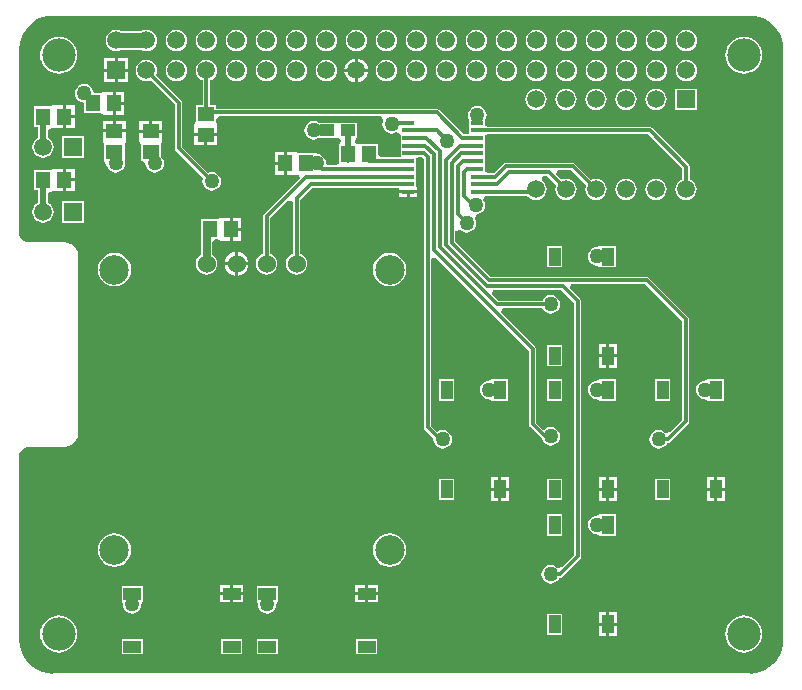
<source format=gtl>
G04 Layer_Physical_Order=1*
G04 Layer_Color=255*
%FSLAX25Y25*%
%MOIN*%
G70*
G01*
G75*
%ADD10R,0.05512X0.04724*%
%ADD11R,0.04724X0.05512*%
%ADD12R,0.03900X0.01200*%
%ADD13R,0.03937X0.05906*%
%ADD14R,0.05906X0.03937*%
%ADD15R,0.04724X0.03937*%
%ADD16C,0.02500*%
%ADD17C,0.02000*%
%ADD18C,0.01200*%
%ADD19C,0.05000*%
%ADD20C,0.11100*%
%ADD21C,0.05906*%
%ADD22R,0.05906X0.05906*%
%ADD23C,0.09843*%
%ADD24C,0.06000*%
%ADD25C,0.05906*%
%ADD26R,0.05906X0.05906*%
%ADD27C,0.05000*%
G36*
X232107Y13046D02*
X233822Y12635D01*
X235451Y11960D01*
X236954Y11039D01*
X238294Y9894D01*
X239439Y8554D01*
X240360Y7051D01*
X241035Y5422D01*
X241446Y3708D01*
X241576Y2061D01*
X241551Y2000D01*
Y-194800D01*
X241579Y-194869D01*
X241446Y-196565D01*
X241033Y-198287D01*
X240355Y-199923D01*
X239430Y-201433D01*
X238280Y-202780D01*
X236933Y-203930D01*
X235423Y-204855D01*
X233787Y-205533D01*
X232065Y-205946D01*
X230369Y-206079D01*
X230300Y-206051D01*
X-1900D01*
X-1969Y-206079D01*
X-3665Y-205946D01*
X-5387Y-205533D01*
X-7023Y-204855D01*
X-8533Y-203930D01*
X-9880Y-202780D01*
X-11030Y-201433D01*
X-11955Y-199923D01*
X-12632Y-198287D01*
X-13046Y-196565D01*
X-13179Y-194869D01*
X-13151Y-194800D01*
Y-133800D01*
X-13167Y-133760D01*
X-13065Y-132988D01*
X-12733Y-132186D01*
X-12204Y-131496D01*
X-11514Y-130967D01*
X-10712Y-130635D01*
X-9864Y-130523D01*
X-9800Y-130549D01*
X2000D01*
X2058Y-130525D01*
X3138Y-130383D01*
X4245Y-129925D01*
X5195Y-129195D01*
X5925Y-128245D01*
X6383Y-127138D01*
X6540Y-125950D01*
X6537Y-125930D01*
X6549Y-125900D01*
Y-66900D01*
X6537Y-66870D01*
X6540Y-66850D01*
X6383Y-65662D01*
X5925Y-64555D01*
X5195Y-63605D01*
X4245Y-62875D01*
X3138Y-62417D01*
X2058Y-62275D01*
X2000Y-62251D01*
X-9800D01*
X-9864Y-62277D01*
X-10712Y-62165D01*
X-11514Y-61833D01*
X-12204Y-61304D01*
X-12733Y-60614D01*
X-13065Y-59812D01*
X-13167Y-59040D01*
X-13151Y-59000D01*
Y2000D01*
X-13176Y2061D01*
X-13046Y3708D01*
X-12635Y5422D01*
X-11960Y7051D01*
X-11039Y8554D01*
X-9894Y9894D01*
X-8554Y11039D01*
X-7051Y11960D01*
X-5422Y12635D01*
X-3708Y13046D01*
X-1977Y13183D01*
X-1900Y13151D01*
X230300D01*
X230377Y13183D01*
X232107Y13046D01*
D02*
G37*
%LPC*%
G36*
X182588Y-100650D02*
X180120D01*
Y-104103D01*
X182588D01*
Y-100650D01*
D02*
G37*
G36*
X186057D02*
X183588D01*
Y-104103D01*
X186057D01*
Y-100650D01*
D02*
G37*
G36*
X167940Y-108027D02*
X162803D01*
Y-115132D01*
X167940D01*
Y-108027D01*
D02*
G37*
G36*
X203940D02*
X198803D01*
Y-115132D01*
X203940D01*
Y-108027D01*
D02*
G37*
G36*
X186057Y-96198D02*
X183588D01*
Y-99650D01*
X186057D01*
Y-96198D01*
D02*
G37*
G36*
X18574Y-65853D02*
X17133Y-66043D01*
X15790Y-66599D01*
X14636Y-67484D01*
X13751Y-68638D01*
X13195Y-69981D01*
X13005Y-71422D01*
X13195Y-72863D01*
X13751Y-74207D01*
X14636Y-75360D01*
X15790Y-76245D01*
X17133Y-76801D01*
X18574Y-76991D01*
X20015Y-76801D01*
X21359Y-76245D01*
X22512Y-75360D01*
X23397Y-74207D01*
X23953Y-72863D01*
X24143Y-71422D01*
X23953Y-69981D01*
X23397Y-68638D01*
X22512Y-67484D01*
X21359Y-66599D01*
X20015Y-66043D01*
X18574Y-65853D01*
D02*
G37*
G36*
X167940Y-96598D02*
X162803D01*
Y-103703D01*
X167940D01*
Y-96598D01*
D02*
G37*
G36*
X182588Y-96198D02*
X180120D01*
Y-99650D01*
X182588D01*
Y-96198D01*
D02*
G37*
G36*
X131940Y-108027D02*
X126803D01*
Y-115132D01*
X131940D01*
Y-108027D01*
D02*
G37*
G36*
X186057Y-140698D02*
X183588D01*
Y-144150D01*
X186057D01*
Y-140698D01*
D02*
G37*
G36*
X218588D02*
X216120D01*
Y-144150D01*
X218588D01*
Y-140698D01*
D02*
G37*
G36*
X150057D02*
X147588D01*
Y-144150D01*
X150057D01*
Y-140698D01*
D02*
G37*
G36*
X182588D02*
X180120D01*
Y-144150D01*
X182588D01*
Y-140698D01*
D02*
G37*
G36*
X180520Y-108027D02*
Y-108027D01*
X180520Y-108027D01*
X179181Y-108415D01*
X178691Y-108480D01*
X177937Y-108792D01*
X177289Y-109289D01*
X176792Y-109937D01*
X176480Y-110691D01*
X176373Y-111500D01*
X176480Y-112309D01*
X176792Y-113063D01*
X177289Y-113711D01*
X177937Y-114208D01*
X178691Y-114520D01*
X179228Y-114591D01*
X180520Y-115132D01*
X180520Y-115132D01*
X180520Y-115132D01*
X185657D01*
Y-108027D01*
X180520D01*
X180520Y-108027D01*
D02*
G37*
G36*
X216520D02*
Y-108027D01*
X216520Y-108027D01*
X215181Y-108415D01*
X214691Y-108480D01*
X213937Y-108792D01*
X213289Y-109289D01*
X212792Y-109937D01*
X212480Y-110691D01*
X212373Y-111500D01*
X212480Y-112309D01*
X212792Y-113063D01*
X213289Y-113711D01*
X213937Y-114208D01*
X214691Y-114520D01*
X215229Y-114591D01*
X216520Y-115132D01*
X216520Y-115132D01*
X216520Y-115132D01*
X221657D01*
Y-108027D01*
X216520D01*
X216520Y-108027D01*
D02*
G37*
G36*
X222057Y-140698D02*
X219588D01*
Y-144150D01*
X222057D01*
Y-140698D01*
D02*
G37*
G36*
X144520Y-108027D02*
Y-108027D01*
X144520Y-108027D01*
X143181Y-108415D01*
X142691Y-108480D01*
X141937Y-108792D01*
X141289Y-109289D01*
X140792Y-109937D01*
X140480Y-110691D01*
X140373Y-111500D01*
X140480Y-112309D01*
X140792Y-113063D01*
X141289Y-113711D01*
X141937Y-114208D01*
X142691Y-114520D01*
X143228Y-114591D01*
X144520Y-115132D01*
X144520Y-115132D01*
X144520Y-115132D01*
X149657D01*
Y-108027D01*
X144520D01*
X144520Y-108027D01*
D02*
G37*
G36*
X110306Y-65853D02*
X108865Y-66043D01*
X107522Y-66599D01*
X106369Y-67484D01*
X105483Y-68638D01*
X104927Y-69981D01*
X104737Y-71422D01*
X104927Y-72863D01*
X105483Y-74207D01*
X106369Y-75360D01*
X107522Y-76245D01*
X108865Y-76801D01*
X110306Y-76991D01*
X111748Y-76801D01*
X113091Y-76245D01*
X114244Y-75360D01*
X115129Y-74207D01*
X115685Y-72863D01*
X115875Y-71422D01*
X115685Y-69981D01*
X115129Y-68638D01*
X114244Y-67484D01*
X113091Y-66599D01*
X111748Y-66043D01*
X110306Y-65853D01*
D02*
G37*
G36*
X199100Y-41117D02*
X198173Y-41239D01*
X197308Y-41597D01*
X196566Y-42166D01*
X195997Y-42908D01*
X195639Y-43773D01*
X195517Y-44700D01*
X195639Y-45627D01*
X195997Y-46492D01*
X196566Y-47234D01*
X197308Y-47803D01*
X198173Y-48161D01*
X199100Y-48283D01*
X200027Y-48161D01*
X200892Y-47803D01*
X201634Y-47234D01*
X202203Y-46492D01*
X202561Y-45627D01*
X202683Y-44700D01*
X202561Y-43773D01*
X202203Y-42908D01*
X201634Y-42166D01*
X200892Y-41597D01*
X200027Y-41239D01*
X199100Y-41117D01*
D02*
G37*
G36*
X116013Y-46016D02*
X113563D01*
Y-47116D01*
X116013D01*
Y-46016D01*
D02*
G37*
G36*
X8353Y-48647D02*
X1247D01*
Y-55753D01*
X8353D01*
Y-48647D01*
D02*
G37*
G36*
X189100Y-41117D02*
X188173Y-41239D01*
X187308Y-41597D01*
X186566Y-42166D01*
X185997Y-42908D01*
X185639Y-43773D01*
X185517Y-44700D01*
X185639Y-45627D01*
X185997Y-46492D01*
X186566Y-47234D01*
X187308Y-47803D01*
X188173Y-48161D01*
X189100Y-48283D01*
X190027Y-48161D01*
X190892Y-47803D01*
X191634Y-47234D01*
X192203Y-46492D01*
X192561Y-45627D01*
X192683Y-44700D01*
X192561Y-43773D01*
X192203Y-42908D01*
X191634Y-42166D01*
X190892Y-41597D01*
X190027Y-41239D01*
X189100Y-41117D01*
D02*
G37*
G36*
X5305Y-42000D02*
X2443D01*
Y-45256D01*
X5305D01*
Y-42000D01*
D02*
G37*
G36*
X29200Y-1417D02*
X28273Y-1539D01*
X27408Y-1897D01*
X26666Y-2466D01*
X26097Y-3208D01*
X25739Y-4073D01*
X25617Y-5000D01*
X25739Y-5928D01*
X26097Y-6792D01*
X26666Y-7534D01*
X27408Y-8103D01*
X28273Y-8461D01*
X29200Y-8583D01*
X30127Y-8461D01*
X30696Y-8226D01*
X38776Y-16307D01*
Y-31000D01*
X38870Y-31468D01*
X39135Y-31865D01*
X48121Y-40851D01*
X47980Y-41191D01*
X47873Y-42000D01*
X47980Y-42809D01*
X48292Y-43563D01*
X48789Y-44211D01*
X49437Y-44708D01*
X50191Y-45020D01*
X51000Y-45127D01*
X51809Y-45020D01*
X52563Y-44708D01*
X53211Y-44211D01*
X53708Y-43563D01*
X54020Y-42809D01*
X54127Y-42000D01*
X54020Y-41191D01*
X53708Y-40437D01*
X53211Y-39789D01*
X52563Y-39292D01*
X51809Y-38980D01*
X51000Y-38873D01*
X50191Y-38980D01*
X49851Y-39121D01*
X41223Y-30493D01*
Y-15800D01*
X41130Y-15332D01*
X40865Y-14935D01*
X32426Y-6496D01*
X32661Y-5928D01*
X32783Y-5000D01*
X32661Y-4073D01*
X32303Y-3208D01*
X31734Y-2466D01*
X30992Y-1897D01*
X30127Y-1539D01*
X29200Y-1417D01*
D02*
G37*
G36*
X119463Y-46016D02*
X117013D01*
Y-47116D01*
X119463D01*
Y-46016D01*
D02*
G37*
G36*
X-1419Y-37744D02*
X-2753Y-38144D01*
X-8106D01*
Y-44856D01*
X-6775D01*
Y-49007D01*
X-6992Y-49097D01*
X-7734Y-49666D01*
X-8303Y-50408D01*
X-8661Y-51273D01*
X-8783Y-52200D01*
X-8661Y-53127D01*
X-8303Y-53992D01*
X-7734Y-54734D01*
X-6992Y-55303D01*
X-6128Y-55661D01*
X-5200Y-55783D01*
X-4273Y-55661D01*
X-3408Y-55303D01*
X-2666Y-54734D01*
X-2097Y-53992D01*
X-1739Y-53127D01*
X-1617Y-52200D01*
X-1739Y-51273D01*
X-2097Y-50408D01*
X-2666Y-49666D01*
X-3408Y-49097D01*
X-3512Y-49054D01*
Y-46025D01*
X-2012Y-45078D01*
X-1419Y-45256D01*
X-847Y-45256D01*
X1443D01*
Y-41500D01*
Y-37744D01*
X-847D01*
X-1373Y-37744D01*
X-1419D01*
D02*
G37*
G36*
X58043Y-54244D02*
Y-57500D01*
X60905D01*
Y-54244D01*
X58043D01*
D02*
G37*
G36*
X180520Y-63527D02*
Y-63527D01*
X180520Y-63527D01*
X179181Y-63915D01*
X178691Y-63980D01*
X177937Y-64292D01*
X177289Y-64789D01*
X176792Y-65437D01*
X176480Y-66191D01*
X176373Y-67000D01*
X176480Y-67809D01*
X176792Y-68563D01*
X177289Y-69211D01*
X177937Y-69708D01*
X178691Y-70020D01*
X179228Y-70091D01*
X180520Y-70632D01*
X180520Y-70632D01*
X180520Y-70632D01*
X185657D01*
Y-63527D01*
X180520D01*
X180520Y-63527D01*
D02*
G37*
G36*
X167940Y-63527D02*
X162803D01*
Y-70632D01*
X167940D01*
Y-63527D01*
D02*
G37*
G36*
X58783Y-69954D02*
X55314D01*
X55386Y-70498D01*
X55789Y-71471D01*
X56430Y-72306D01*
X57265Y-72948D01*
X58239Y-73351D01*
X58783Y-73422D01*
Y-69954D01*
D02*
G37*
G36*
X63251D02*
X59783D01*
Y-73422D01*
X60327Y-73351D01*
X61300Y-72948D01*
X62135Y-72306D01*
X62777Y-71471D01*
X63180Y-70498D01*
X63251Y-69954D01*
D02*
G37*
G36*
X54181Y-54244D02*
X52847Y-54644D01*
X47495D01*
Y-58681D01*
X47396Y-59174D01*
Y-66363D01*
X46715Y-66886D01*
X46138Y-67638D01*
X45775Y-68514D01*
X45652Y-69454D01*
X45775Y-70393D01*
X46138Y-71269D01*
X46715Y-72021D01*
X47467Y-72598D01*
X48343Y-72961D01*
X49283Y-73085D01*
X50222Y-72961D01*
X51098Y-72598D01*
X51850Y-72021D01*
X52427Y-71269D01*
X52790Y-70393D01*
X52914Y-69454D01*
X52790Y-68514D01*
X52427Y-67638D01*
X51850Y-66886D01*
X51169Y-66363D01*
Y-62417D01*
X52230Y-61356D01*
X52847D01*
X54181Y-61756D01*
X54753Y-61756D01*
X57043D01*
Y-58000D01*
Y-54244D01*
X54753D01*
X54227Y-54244D01*
X54181D01*
D02*
G37*
G36*
X60905Y-58500D02*
X58043D01*
Y-61756D01*
X60905D01*
Y-58500D01*
D02*
G37*
G36*
X58783Y-65485D02*
X58239Y-65557D01*
X57265Y-65960D01*
X56430Y-66601D01*
X55789Y-67436D01*
X55386Y-68409D01*
X55314Y-68954D01*
X58783D01*
Y-65485D01*
D02*
G37*
G36*
X59783D02*
Y-68954D01*
X63251D01*
X63180Y-68409D01*
X62777Y-67436D01*
X62135Y-66601D01*
X61300Y-65960D01*
X60327Y-65557D01*
X59783Y-65485D01*
D02*
G37*
G36*
X28132Y-176843D02*
X21027D01*
Y-181980D01*
X21027Y-181980D01*
X21027D01*
X21415Y-183319D01*
X21480Y-183809D01*
X21792Y-184563D01*
X22289Y-185211D01*
X22937Y-185708D01*
X23691Y-186020D01*
X24500Y-186127D01*
X25309Y-186020D01*
X26063Y-185708D01*
X26711Y-185211D01*
X27208Y-184563D01*
X27520Y-183809D01*
X27591Y-183272D01*
X28132Y-181980D01*
X28132Y-181980D01*
X28132Y-181980D01*
Y-176843D01*
D02*
G37*
G36*
X73132D02*
X66027D01*
Y-181980D01*
X66027Y-181980D01*
X66027D01*
X66415Y-183319D01*
X66480Y-183809D01*
X66792Y-184563D01*
X67289Y-185211D01*
X67937Y-185708D01*
X68691Y-186020D01*
X69500Y-186127D01*
X70309Y-186020D01*
X71063Y-185708D01*
X71711Y-185211D01*
X72208Y-184563D01*
X72520Y-183809D01*
X72591Y-183272D01*
X73132Y-181980D01*
X73132Y-181980D01*
X73132Y-181980D01*
Y-176843D01*
D02*
G37*
G36*
X182588Y-185698D02*
X180120D01*
Y-189150D01*
X182588D01*
Y-185698D01*
D02*
G37*
G36*
X186057D02*
X183588D01*
Y-189150D01*
X186057D01*
Y-185698D01*
D02*
G37*
G36*
X102150Y-179912D02*
X98698D01*
Y-182380D01*
X102150D01*
Y-179912D01*
D02*
G37*
G36*
X106603D02*
X103150D01*
Y-182380D01*
X106603D01*
Y-179912D01*
D02*
G37*
G36*
X57150D02*
X53698D01*
Y-182380D01*
X57150D01*
Y-179912D01*
D02*
G37*
G36*
X61603D02*
X58150D01*
Y-182380D01*
X61603D01*
Y-179912D01*
D02*
G37*
G36*
X167940Y-186098D02*
X162803D01*
Y-193203D01*
X167940D01*
Y-186098D01*
D02*
G37*
G36*
X73132Y-194560D02*
X66027D01*
Y-199697D01*
X73132D01*
Y-194560D01*
D02*
G37*
G36*
X106203D02*
X99098D01*
Y-199697D01*
X106203D01*
Y-194560D01*
D02*
G37*
G36*
X28132D02*
X21027D01*
Y-199697D01*
X28132D01*
Y-194560D01*
D02*
G37*
G36*
X61203D02*
X54098D01*
Y-199697D01*
X61203D01*
Y-194560D01*
D02*
G37*
G36*
X182588Y-190150D02*
X180120D01*
Y-193603D01*
X182588D01*
Y-190150D01*
D02*
G37*
G36*
X186057D02*
X183588D01*
Y-193603D01*
X186057D01*
Y-190150D01*
D02*
G37*
G36*
X0Y-186720D02*
X-1206Y-186839D01*
X-2365Y-187191D01*
X-3433Y-187762D01*
X-4370Y-188530D01*
X-5138Y-189467D01*
X-5709Y-190535D01*
X-6061Y-191694D01*
X-6180Y-192900D01*
X-6061Y-194106D01*
X-5709Y-195265D01*
X-5138Y-196333D01*
X-4370Y-197270D01*
X-3433Y-198038D01*
X-2365Y-198609D01*
X-1206Y-198961D01*
X0Y-199080D01*
X1206Y-198961D01*
X2365Y-198609D01*
X3433Y-198038D01*
X4370Y-197270D01*
X5138Y-196333D01*
X5709Y-195265D01*
X6061Y-194106D01*
X6180Y-192900D01*
X6061Y-191694D01*
X5709Y-190535D01*
X5138Y-189467D01*
X4370Y-188530D01*
X3433Y-187762D01*
X2365Y-187191D01*
X1206Y-186839D01*
X0Y-186720D01*
D02*
G37*
G36*
X228400D02*
X227194Y-186839D01*
X226035Y-187191D01*
X224967Y-187762D01*
X224030Y-188530D01*
X223262Y-189467D01*
X222691Y-190535D01*
X222339Y-191694D01*
X222220Y-192900D01*
X222339Y-194106D01*
X222691Y-195265D01*
X223262Y-196333D01*
X224030Y-197270D01*
X224967Y-198038D01*
X226035Y-198609D01*
X227194Y-198961D01*
X228400Y-199080D01*
X229606Y-198961D01*
X230765Y-198609D01*
X231833Y-198038D01*
X232770Y-197270D01*
X233538Y-196333D01*
X234109Y-195265D01*
X234461Y-194106D01*
X234580Y-192900D01*
X234461Y-191694D01*
X234109Y-190535D01*
X233538Y-189467D01*
X232770Y-188530D01*
X231833Y-187762D01*
X230765Y-187191D01*
X229606Y-186839D01*
X228400Y-186720D01*
D02*
G37*
G36*
X57150Y-176443D02*
X53698D01*
Y-178912D01*
X57150D01*
Y-176443D01*
D02*
G37*
G36*
X218588Y-145150D02*
X216120D01*
Y-148603D01*
X218588D01*
Y-145150D01*
D02*
G37*
G36*
X222057D02*
X219588D01*
Y-148603D01*
X222057D01*
Y-145150D01*
D02*
G37*
G36*
X182588D02*
X180120D01*
Y-148603D01*
X182588D01*
Y-145150D01*
D02*
G37*
G36*
X186057D02*
X183588D01*
Y-148603D01*
X186057D01*
Y-145150D01*
D02*
G37*
G36*
X203940Y-141098D02*
X198803D01*
Y-148203D01*
X203940D01*
Y-141098D01*
D02*
G37*
G36*
X146588Y-140698D02*
X144120D01*
Y-144150D01*
X146588D01*
Y-140698D01*
D02*
G37*
G36*
X131940Y-141098D02*
X126803D01*
Y-148203D01*
X131940D01*
Y-141098D01*
D02*
G37*
G36*
X167940D02*
X162803D01*
Y-148203D01*
X167940D01*
Y-141098D01*
D02*
G37*
G36*
X150057Y-145150D02*
X147588D01*
Y-148603D01*
X150057D01*
Y-145150D01*
D02*
G37*
G36*
X106603Y-176443D02*
X103150D01*
Y-178912D01*
X106603D01*
Y-176443D01*
D02*
G37*
G36*
X18574Y-159357D02*
X17133Y-159547D01*
X15790Y-160103D01*
X14636Y-160988D01*
X13751Y-162142D01*
X13195Y-163485D01*
X13005Y-164926D01*
X13195Y-166367D01*
X13751Y-167710D01*
X14636Y-168864D01*
X15790Y-169749D01*
X17133Y-170305D01*
X18574Y-170495D01*
X20015Y-170305D01*
X21359Y-169749D01*
X22512Y-168864D01*
X23397Y-167710D01*
X23953Y-166367D01*
X24143Y-164926D01*
X23953Y-163485D01*
X23397Y-162142D01*
X22512Y-160988D01*
X21359Y-160103D01*
X20015Y-159547D01*
X18574Y-159357D01*
D02*
G37*
G36*
X61603Y-176443D02*
X58150D01*
Y-178912D01*
X61603D01*
Y-176443D01*
D02*
G37*
G36*
X102150D02*
X98698D01*
Y-178912D01*
X102150D01*
Y-176443D01*
D02*
G37*
G36*
X167940Y-153027D02*
X162803D01*
Y-160132D01*
X167940D01*
Y-153027D01*
D02*
G37*
G36*
X146588Y-145150D02*
X144120D01*
Y-148603D01*
X146588D01*
Y-145150D01*
D02*
G37*
G36*
X110306Y-159357D02*
X108865Y-159547D01*
X107522Y-160103D01*
X106369Y-160988D01*
X105483Y-162142D01*
X104927Y-163485D01*
X104737Y-164926D01*
X104927Y-166367D01*
X105483Y-167710D01*
X106369Y-168864D01*
X107522Y-169749D01*
X108865Y-170305D01*
X110306Y-170495D01*
X111748Y-170305D01*
X113091Y-169749D01*
X114244Y-168864D01*
X115129Y-167710D01*
X115685Y-166367D01*
X115875Y-164926D01*
X115685Y-163485D01*
X115129Y-162142D01*
X114244Y-160988D01*
X113091Y-160103D01*
X111748Y-159547D01*
X110306Y-159357D01*
D02*
G37*
G36*
X180520Y-153027D02*
Y-153027D01*
X180520Y-153027D01*
X179181Y-153415D01*
X178691Y-153480D01*
X177937Y-153792D01*
X177289Y-154289D01*
X176792Y-154937D01*
X176480Y-155691D01*
X176373Y-156500D01*
X176480Y-157309D01*
X176792Y-158063D01*
X177289Y-158711D01*
X177937Y-159208D01*
X178691Y-159520D01*
X179228Y-159591D01*
X180520Y-160132D01*
X180520Y-160132D01*
X180520Y-160132D01*
X185657D01*
Y-153027D01*
X180520D01*
X180520Y-153027D01*
D02*
G37*
G36*
X228400Y6180D02*
X227194Y6061D01*
X226035Y5709D01*
X224967Y5138D01*
X224030Y4370D01*
X223262Y3433D01*
X222691Y2365D01*
X222339Y1206D01*
X222220Y0D01*
X222339Y-1206D01*
X222691Y-2365D01*
X223262Y-3433D01*
X224030Y-4370D01*
X224967Y-5138D01*
X226035Y-5709D01*
X227194Y-6061D01*
X228400Y-6180D01*
X229606Y-6061D01*
X230765Y-5709D01*
X231833Y-5138D01*
X232770Y-4370D01*
X233538Y-3433D01*
X234109Y-2365D01*
X234461Y-1206D01*
X234580Y0D01*
X234461Y1206D01*
X234109Y2365D01*
X233538Y3433D01*
X232770Y4370D01*
X231833Y5138D01*
X230765Y5709D01*
X229606Y6061D01*
X228400Y6180D01*
D02*
G37*
G36*
X18700Y-1047D02*
X15247D01*
Y-4500D01*
X18700D01*
Y-1047D01*
D02*
G37*
G36*
X209200Y-1417D02*
X208273Y-1539D01*
X207408Y-1897D01*
X206666Y-2466D01*
X206097Y-3208D01*
X205739Y-4073D01*
X205617Y-5000D01*
X205739Y-5928D01*
X206097Y-6792D01*
X206666Y-7534D01*
X207408Y-8103D01*
X208273Y-8461D01*
X209200Y-8583D01*
X210127Y-8461D01*
X210992Y-8103D01*
X211734Y-7534D01*
X212303Y-6792D01*
X212661Y-5928D01*
X212783Y-5000D01*
X212661Y-4073D01*
X212303Y-3208D01*
X211734Y-2466D01*
X210992Y-1897D01*
X210127Y-1539D01*
X209200Y-1417D01*
D02*
G37*
G36*
X0Y6180D02*
X-1206Y6061D01*
X-2365Y5709D01*
X-3433Y5138D01*
X-4370Y4370D01*
X-5138Y3433D01*
X-5709Y2365D01*
X-6061Y1206D01*
X-6180Y0D01*
X-6061Y-1206D01*
X-5709Y-2365D01*
X-5138Y-3433D01*
X-4370Y-4370D01*
X-3433Y-5138D01*
X-2365Y-5709D01*
X-1206Y-6061D01*
X0Y-6180D01*
X1206Y-6061D01*
X2365Y-5709D01*
X3433Y-5138D01*
X4370Y-4370D01*
X5138Y-3433D01*
X5709Y-2365D01*
X6061Y-1206D01*
X6180Y0D01*
X6061Y1206D01*
X5709Y2365D01*
X5138Y3433D01*
X4370Y4370D01*
X3433Y5138D01*
X2365Y5709D01*
X1206Y6061D01*
X0Y6180D01*
D02*
G37*
G36*
X99700Y-1079D02*
Y-4500D01*
X103121D01*
X103051Y-3968D01*
X102653Y-3007D01*
X102019Y-2181D01*
X101193Y-1547D01*
X100232Y-1149D01*
X99700Y-1079D01*
D02*
G37*
G36*
X39200Y8583D02*
X38273Y8461D01*
X37408Y8103D01*
X36666Y7534D01*
X36097Y6792D01*
X35739Y5928D01*
X35617Y5000D01*
X35739Y4073D01*
X36097Y3208D01*
X36666Y2466D01*
X37408Y1897D01*
X38273Y1539D01*
X39200Y1417D01*
X40127Y1539D01*
X40992Y1897D01*
X41734Y2466D01*
X42303Y3208D01*
X42661Y4073D01*
X42783Y5000D01*
X42661Y5928D01*
X42303Y6792D01*
X41734Y7534D01*
X40992Y8103D01*
X40127Y8461D01*
X39200Y8583D01*
D02*
G37*
G36*
X23153Y-1047D02*
X19700D01*
Y-4500D01*
X23153D01*
Y-1047D01*
D02*
G37*
G36*
X98700Y-1079D02*
X98168Y-1149D01*
X97207Y-1547D01*
X96381Y-2181D01*
X95747Y-3007D01*
X95349Y-3968D01*
X95279Y-4500D01*
X98700D01*
Y-1079D01*
D02*
G37*
G36*
X199200Y-1417D02*
X198273Y-1539D01*
X197408Y-1897D01*
X196666Y-2466D01*
X196097Y-3208D01*
X195739Y-4073D01*
X195617Y-5000D01*
X195739Y-5928D01*
X196097Y-6792D01*
X196666Y-7534D01*
X197408Y-8103D01*
X198273Y-8461D01*
X199200Y-8583D01*
X200127Y-8461D01*
X200992Y-8103D01*
X201734Y-7534D01*
X202303Y-6792D01*
X202661Y-5928D01*
X202783Y-5000D01*
X202661Y-4073D01*
X202303Y-3208D01*
X201734Y-2466D01*
X200992Y-1897D01*
X200127Y-1539D01*
X199200Y-1417D01*
D02*
G37*
G36*
X139200D02*
X138273Y-1539D01*
X137408Y-1897D01*
X136666Y-2466D01*
X136097Y-3208D01*
X135739Y-4073D01*
X135617Y-5000D01*
X135739Y-5928D01*
X136097Y-6792D01*
X136666Y-7534D01*
X137408Y-8103D01*
X138273Y-8461D01*
X139200Y-8583D01*
X140127Y-8461D01*
X140992Y-8103D01*
X141734Y-7534D01*
X142303Y-6792D01*
X142661Y-5928D01*
X142783Y-5000D01*
X142661Y-4073D01*
X142303Y-3208D01*
X141734Y-2466D01*
X140992Y-1897D01*
X140127Y-1539D01*
X139200Y-1417D01*
D02*
G37*
G36*
X149200D02*
X148273Y-1539D01*
X147408Y-1897D01*
X146666Y-2466D01*
X146097Y-3208D01*
X145739Y-4073D01*
X145617Y-5000D01*
X145739Y-5928D01*
X146097Y-6792D01*
X146666Y-7534D01*
X147408Y-8103D01*
X148273Y-8461D01*
X149200Y-8583D01*
X150127Y-8461D01*
X150992Y-8103D01*
X151734Y-7534D01*
X152303Y-6792D01*
X152661Y-5928D01*
X152783Y-5000D01*
X152661Y-4073D01*
X152303Y-3208D01*
X151734Y-2466D01*
X150992Y-1897D01*
X150127Y-1539D01*
X149200Y-1417D01*
D02*
G37*
G36*
X119200D02*
X118273Y-1539D01*
X117408Y-1897D01*
X116666Y-2466D01*
X116097Y-3208D01*
X115739Y-4073D01*
X115617Y-5000D01*
X115739Y-5928D01*
X116097Y-6792D01*
X116666Y-7534D01*
X117408Y-8103D01*
X118273Y-8461D01*
X119200Y-8583D01*
X120127Y-8461D01*
X120992Y-8103D01*
X121734Y-7534D01*
X122303Y-6792D01*
X122661Y-5928D01*
X122783Y-5000D01*
X122661Y-4073D01*
X122303Y-3208D01*
X121734Y-2466D01*
X120992Y-1897D01*
X120127Y-1539D01*
X119200Y-1417D01*
D02*
G37*
G36*
X129200D02*
X128273Y-1539D01*
X127408Y-1897D01*
X126666Y-2466D01*
X126097Y-3208D01*
X125739Y-4073D01*
X125617Y-5000D01*
X125739Y-5928D01*
X126097Y-6792D01*
X126666Y-7534D01*
X127408Y-8103D01*
X128273Y-8461D01*
X129200Y-8583D01*
X130127Y-8461D01*
X130992Y-8103D01*
X131734Y-7534D01*
X132303Y-6792D01*
X132661Y-5928D01*
X132783Y-5000D01*
X132661Y-4073D01*
X132303Y-3208D01*
X131734Y-2466D01*
X130992Y-1897D01*
X130127Y-1539D01*
X129200Y-1417D01*
D02*
G37*
G36*
X179200D02*
X178273Y-1539D01*
X177408Y-1897D01*
X176666Y-2466D01*
X176097Y-3208D01*
X175739Y-4073D01*
X175617Y-5000D01*
X175739Y-5928D01*
X176097Y-6792D01*
X176666Y-7534D01*
X177408Y-8103D01*
X178273Y-8461D01*
X179200Y-8583D01*
X180127Y-8461D01*
X180992Y-8103D01*
X181734Y-7534D01*
X182303Y-6792D01*
X182661Y-5928D01*
X182783Y-5000D01*
X182661Y-4073D01*
X182303Y-3208D01*
X181734Y-2466D01*
X180992Y-1897D01*
X180127Y-1539D01*
X179200Y-1417D01*
D02*
G37*
G36*
X189200D02*
X188273Y-1539D01*
X187408Y-1897D01*
X186666Y-2466D01*
X186097Y-3208D01*
X185739Y-4073D01*
X185617Y-5000D01*
X185739Y-5928D01*
X186097Y-6792D01*
X186666Y-7534D01*
X187408Y-8103D01*
X188273Y-8461D01*
X189200Y-8583D01*
X190127Y-8461D01*
X190992Y-8103D01*
X191734Y-7534D01*
X192303Y-6792D01*
X192661Y-5928D01*
X192783Y-5000D01*
X192661Y-4073D01*
X192303Y-3208D01*
X191734Y-2466D01*
X190992Y-1897D01*
X190127Y-1539D01*
X189200Y-1417D01*
D02*
G37*
G36*
X159200D02*
X158273Y-1539D01*
X157408Y-1897D01*
X156666Y-2466D01*
X156097Y-3208D01*
X155739Y-4073D01*
X155617Y-5000D01*
X155739Y-5928D01*
X156097Y-6792D01*
X156666Y-7534D01*
X157408Y-8103D01*
X158273Y-8461D01*
X159200Y-8583D01*
X160127Y-8461D01*
X160992Y-8103D01*
X161734Y-7534D01*
X162303Y-6792D01*
X162661Y-5928D01*
X162783Y-5000D01*
X162661Y-4073D01*
X162303Y-3208D01*
X161734Y-2466D01*
X160992Y-1897D01*
X160127Y-1539D01*
X159200Y-1417D01*
D02*
G37*
G36*
X169200D02*
X168273Y-1539D01*
X167408Y-1897D01*
X166666Y-2466D01*
X166097Y-3208D01*
X165739Y-4073D01*
X165617Y-5000D01*
X165739Y-5928D01*
X166097Y-6792D01*
X166666Y-7534D01*
X167408Y-8103D01*
X168273Y-8461D01*
X169200Y-8583D01*
X170127Y-8461D01*
X170992Y-8103D01*
X171734Y-7534D01*
X172303Y-6792D01*
X172661Y-5928D01*
X172783Y-5000D01*
X172661Y-4073D01*
X172303Y-3208D01*
X171734Y-2466D01*
X170992Y-1897D01*
X170127Y-1539D01*
X169200Y-1417D01*
D02*
G37*
G36*
X49200Y8583D02*
X48273Y8461D01*
X47408Y8103D01*
X46666Y7534D01*
X46097Y6792D01*
X45739Y5928D01*
X45617Y5000D01*
X45739Y4073D01*
X46097Y3208D01*
X46666Y2466D01*
X47408Y1897D01*
X48273Y1539D01*
X49200Y1417D01*
X50127Y1539D01*
X50992Y1897D01*
X51734Y2466D01*
X52303Y3208D01*
X52661Y4073D01*
X52783Y5000D01*
X52661Y5928D01*
X52303Y6792D01*
X51734Y7534D01*
X50992Y8103D01*
X50127Y8461D01*
X49200Y8583D01*
D02*
G37*
G36*
X169200D02*
X168273Y8461D01*
X167408Y8103D01*
X166666Y7534D01*
X166097Y6792D01*
X165739Y5928D01*
X165617Y5000D01*
X165739Y4073D01*
X166097Y3208D01*
X166666Y2466D01*
X167408Y1897D01*
X168273Y1539D01*
X169200Y1417D01*
X170127Y1539D01*
X170992Y1897D01*
X171734Y2466D01*
X172303Y3208D01*
X172661Y4073D01*
X172783Y5000D01*
X172661Y5928D01*
X172303Y6792D01*
X171734Y7534D01*
X170992Y8103D01*
X170127Y8461D01*
X169200Y8583D01*
D02*
G37*
G36*
X179200D02*
X178273Y8461D01*
X177408Y8103D01*
X176666Y7534D01*
X176097Y6792D01*
X175739Y5928D01*
X175617Y5000D01*
X175739Y4073D01*
X176097Y3208D01*
X176666Y2466D01*
X177408Y1897D01*
X178273Y1539D01*
X179200Y1417D01*
X180127Y1539D01*
X180992Y1897D01*
X181734Y2466D01*
X182303Y3208D01*
X182661Y4073D01*
X182783Y5000D01*
X182661Y5928D01*
X182303Y6792D01*
X181734Y7534D01*
X180992Y8103D01*
X180127Y8461D01*
X179200Y8583D01*
D02*
G37*
G36*
X149200D02*
X148273Y8461D01*
X147408Y8103D01*
X146666Y7534D01*
X146097Y6792D01*
X145739Y5928D01*
X145617Y5000D01*
X145739Y4073D01*
X146097Y3208D01*
X146666Y2466D01*
X147408Y1897D01*
X148273Y1539D01*
X149200Y1417D01*
X150127Y1539D01*
X150992Y1897D01*
X151734Y2466D01*
X152303Y3208D01*
X152661Y4073D01*
X152783Y5000D01*
X152661Y5928D01*
X152303Y6792D01*
X151734Y7534D01*
X150992Y8103D01*
X150127Y8461D01*
X149200Y8583D01*
D02*
G37*
G36*
X159200D02*
X158273Y8461D01*
X157408Y8103D01*
X156666Y7534D01*
X156097Y6792D01*
X155739Y5928D01*
X155617Y5000D01*
X155739Y4073D01*
X156097Y3208D01*
X156666Y2466D01*
X157408Y1897D01*
X158273Y1539D01*
X159200Y1417D01*
X160127Y1539D01*
X160992Y1897D01*
X161734Y2466D01*
X162303Y3208D01*
X162661Y4073D01*
X162783Y5000D01*
X162661Y5928D01*
X162303Y6792D01*
X161734Y7534D01*
X160992Y8103D01*
X160127Y8461D01*
X159200Y8583D01*
D02*
G37*
G36*
X209200D02*
X208273Y8461D01*
X207408Y8103D01*
X206666Y7534D01*
X206097Y6792D01*
X205739Y5928D01*
X205617Y5000D01*
X205739Y4073D01*
X206097Y3208D01*
X206666Y2466D01*
X207408Y1897D01*
X208273Y1539D01*
X209200Y1417D01*
X210127Y1539D01*
X210992Y1897D01*
X211734Y2466D01*
X212303Y3208D01*
X212661Y4073D01*
X212783Y5000D01*
X212661Y5928D01*
X212303Y6792D01*
X211734Y7534D01*
X210992Y8103D01*
X210127Y8461D01*
X209200Y8583D01*
D02*
G37*
G36*
X29200D02*
X28273Y8461D01*
X27465Y8127D01*
X20935D01*
X20127Y8461D01*
X19200Y8583D01*
X18273Y8461D01*
X17408Y8103D01*
X16666Y7534D01*
X16097Y6792D01*
X15739Y5928D01*
X15617Y5000D01*
X15739Y4073D01*
X16097Y3208D01*
X16666Y2466D01*
X17408Y1897D01*
X18273Y1539D01*
X19200Y1417D01*
X20127Y1539D01*
X20935Y1873D01*
X27465D01*
X28273Y1539D01*
X29200Y1417D01*
X30127Y1539D01*
X30992Y1897D01*
X31734Y2466D01*
X32303Y3208D01*
X32661Y4073D01*
X32783Y5000D01*
X32661Y5928D01*
X32303Y6792D01*
X31734Y7534D01*
X30992Y8103D01*
X30127Y8461D01*
X29200Y8583D01*
D02*
G37*
G36*
X189200D02*
X188273Y8461D01*
X187408Y8103D01*
X186666Y7534D01*
X186097Y6792D01*
X185739Y5928D01*
X185617Y5000D01*
X185739Y4073D01*
X186097Y3208D01*
X186666Y2466D01*
X187408Y1897D01*
X188273Y1539D01*
X189200Y1417D01*
X190127Y1539D01*
X190992Y1897D01*
X191734Y2466D01*
X192303Y3208D01*
X192661Y4073D01*
X192783Y5000D01*
X192661Y5928D01*
X192303Y6792D01*
X191734Y7534D01*
X190992Y8103D01*
X190127Y8461D01*
X189200Y8583D01*
D02*
G37*
G36*
X199200D02*
X198273Y8461D01*
X197408Y8103D01*
X196666Y7534D01*
X196097Y6792D01*
X195739Y5928D01*
X195617Y5000D01*
X195739Y4073D01*
X196097Y3208D01*
X196666Y2466D01*
X197408Y1897D01*
X198273Y1539D01*
X199200Y1417D01*
X200127Y1539D01*
X200992Y1897D01*
X201734Y2466D01*
X202303Y3208D01*
X202661Y4073D01*
X202783Y5000D01*
X202661Y5928D01*
X202303Y6792D01*
X201734Y7534D01*
X200992Y8103D01*
X200127Y8461D01*
X199200Y8583D01*
D02*
G37*
G36*
X139200D02*
X138273Y8461D01*
X137408Y8103D01*
X136666Y7534D01*
X136097Y6792D01*
X135739Y5928D01*
X135617Y5000D01*
X135739Y4073D01*
X136097Y3208D01*
X136666Y2466D01*
X137408Y1897D01*
X138273Y1539D01*
X139200Y1417D01*
X140127Y1539D01*
X140992Y1897D01*
X141734Y2466D01*
X142303Y3208D01*
X142661Y4073D01*
X142783Y5000D01*
X142661Y5928D01*
X142303Y6792D01*
X141734Y7534D01*
X140992Y8103D01*
X140127Y8461D01*
X139200Y8583D01*
D02*
G37*
G36*
X79200D02*
X78273Y8461D01*
X77408Y8103D01*
X76666Y7534D01*
X76097Y6792D01*
X75739Y5928D01*
X75617Y5000D01*
X75739Y4073D01*
X76097Y3208D01*
X76666Y2466D01*
X77408Y1897D01*
X78273Y1539D01*
X79200Y1417D01*
X80127Y1539D01*
X80992Y1897D01*
X81734Y2466D01*
X82303Y3208D01*
X82661Y4073D01*
X82783Y5000D01*
X82661Y5928D01*
X82303Y6792D01*
X81734Y7534D01*
X80992Y8103D01*
X80127Y8461D01*
X79200Y8583D01*
D02*
G37*
G36*
X89200D02*
X88273Y8461D01*
X87408Y8103D01*
X86666Y7534D01*
X86097Y6792D01*
X85739Y5928D01*
X85617Y5000D01*
X85739Y4073D01*
X86097Y3208D01*
X86666Y2466D01*
X87408Y1897D01*
X88273Y1539D01*
X89200Y1417D01*
X90127Y1539D01*
X90992Y1897D01*
X91734Y2466D01*
X92303Y3208D01*
X92661Y4073D01*
X92783Y5000D01*
X92661Y5928D01*
X92303Y6792D01*
X91734Y7534D01*
X90992Y8103D01*
X90127Y8461D01*
X89200Y8583D01*
D02*
G37*
G36*
X59200D02*
X58273Y8461D01*
X57408Y8103D01*
X56666Y7534D01*
X56097Y6792D01*
X55739Y5928D01*
X55617Y5000D01*
X55739Y4073D01*
X56097Y3208D01*
X56666Y2466D01*
X57408Y1897D01*
X58273Y1539D01*
X59200Y1417D01*
X60127Y1539D01*
X60992Y1897D01*
X61734Y2466D01*
X62303Y3208D01*
X62661Y4073D01*
X62783Y5000D01*
X62661Y5928D01*
X62303Y6792D01*
X61734Y7534D01*
X60992Y8103D01*
X60127Y8461D01*
X59200Y8583D01*
D02*
G37*
G36*
X69200D02*
X68273Y8461D01*
X67408Y8103D01*
X66666Y7534D01*
X66097Y6792D01*
X65739Y5928D01*
X65617Y5000D01*
X65739Y4073D01*
X66097Y3208D01*
X66666Y2466D01*
X67408Y1897D01*
X68273Y1539D01*
X69200Y1417D01*
X70127Y1539D01*
X70992Y1897D01*
X71734Y2466D01*
X72303Y3208D01*
X72661Y4073D01*
X72783Y5000D01*
X72661Y5928D01*
X72303Y6792D01*
X71734Y7534D01*
X70992Y8103D01*
X70127Y8461D01*
X69200Y8583D01*
D02*
G37*
G36*
X119200D02*
X118273Y8461D01*
X117408Y8103D01*
X116666Y7534D01*
X116097Y6792D01*
X115739Y5928D01*
X115617Y5000D01*
X115739Y4073D01*
X116097Y3208D01*
X116666Y2466D01*
X117408Y1897D01*
X118273Y1539D01*
X119200Y1417D01*
X120127Y1539D01*
X120992Y1897D01*
X121734Y2466D01*
X122303Y3208D01*
X122661Y4073D01*
X122783Y5000D01*
X122661Y5928D01*
X122303Y6792D01*
X121734Y7534D01*
X120992Y8103D01*
X120127Y8461D01*
X119200Y8583D01*
D02*
G37*
G36*
X129200D02*
X128273Y8461D01*
X127408Y8103D01*
X126666Y7534D01*
X126097Y6792D01*
X125739Y5928D01*
X125617Y5000D01*
X125739Y4073D01*
X126097Y3208D01*
X126666Y2466D01*
X127408Y1897D01*
X128273Y1539D01*
X129200Y1417D01*
X130127Y1539D01*
X130992Y1897D01*
X131734Y2466D01*
X132303Y3208D01*
X132661Y4073D01*
X132783Y5000D01*
X132661Y5928D01*
X132303Y6792D01*
X131734Y7534D01*
X130992Y8103D01*
X130127Y8461D01*
X129200Y8583D01*
D02*
G37*
G36*
X99200D02*
X98273Y8461D01*
X97408Y8103D01*
X96666Y7534D01*
X96097Y6792D01*
X95739Y5928D01*
X95617Y5000D01*
X95739Y4073D01*
X96097Y3208D01*
X96666Y2466D01*
X97408Y1897D01*
X98273Y1539D01*
X99200Y1417D01*
X100127Y1539D01*
X100992Y1897D01*
X101734Y2466D01*
X102303Y3208D01*
X102661Y4073D01*
X102783Y5000D01*
X102661Y5928D01*
X102303Y6792D01*
X101734Y7534D01*
X100992Y8103D01*
X100127Y8461D01*
X99200Y8583D01*
D02*
G37*
G36*
X109200D02*
X108273Y8461D01*
X107408Y8103D01*
X106666Y7534D01*
X106097Y6792D01*
X105739Y5928D01*
X105617Y5000D01*
X105739Y4073D01*
X106097Y3208D01*
X106666Y2466D01*
X107408Y1897D01*
X108273Y1539D01*
X109200Y1417D01*
X110127Y1539D01*
X110992Y1897D01*
X111734Y2466D01*
X112303Y3208D01*
X112661Y4073D01*
X112783Y5000D01*
X112661Y5928D01*
X112303Y6792D01*
X111734Y7534D01*
X110992Y8103D01*
X110127Y8461D01*
X109200Y8583D01*
D02*
G37*
G36*
X18100Y-21794D02*
X14844D01*
Y-24657D01*
X18100D01*
Y-21794D01*
D02*
G37*
G36*
X22356D02*
X19100D01*
Y-24657D01*
X22356D01*
Y-21794D01*
D02*
G37*
G36*
X30200Y-21894D02*
X26944D01*
Y-24757D01*
X30200D01*
Y-21894D01*
D02*
G37*
G36*
X34456D02*
X31200D01*
Y-24757D01*
X34456D01*
Y-21894D01*
D02*
G37*
G36*
X2443Y-16644D02*
Y-19900D01*
X5305D01*
Y-16644D01*
X2443D01*
D02*
G37*
G36*
X8495Y-9517D02*
X7685Y-9624D01*
X6931Y-9936D01*
X6284Y-10433D01*
X5787Y-11081D01*
X5474Y-11835D01*
X5368Y-12644D01*
X5474Y-13453D01*
X5787Y-14208D01*
X6284Y-14855D01*
X6931Y-15352D01*
X7685Y-15664D01*
X8495Y-15771D01*
Y-19356D01*
X13847D01*
X15181Y-19756D01*
X15753Y-19756D01*
X18043D01*
Y-16000D01*
Y-12244D01*
X15753D01*
X15181Y-12244D01*
X13847Y-12644D01*
X11621D01*
X11515Y-11835D01*
X11202Y-11081D01*
X10706Y-10433D01*
X10058Y-9936D01*
X9304Y-9624D01*
X8495Y-9517D01*
D02*
G37*
G36*
X-1419Y-16644D02*
X-2753Y-17044D01*
X-8106D01*
Y-23756D01*
X-6775D01*
Y-27407D01*
X-6992Y-27497D01*
X-7734Y-28066D01*
X-8303Y-28808D01*
X-8661Y-29673D01*
X-8783Y-30600D01*
X-8661Y-31527D01*
X-8303Y-32392D01*
X-7734Y-33134D01*
X-6992Y-33703D01*
X-6128Y-34061D01*
X-5200Y-34183D01*
X-4273Y-34061D01*
X-3408Y-33703D01*
X-2666Y-33134D01*
X-2097Y-32392D01*
X-1739Y-31527D01*
X-1617Y-30600D01*
X-1739Y-29673D01*
X-2097Y-28808D01*
X-2666Y-28066D01*
X-3408Y-27497D01*
X-3512Y-27454D01*
Y-24925D01*
X-2012Y-23978D01*
X-1419Y-24156D01*
X-847Y-24156D01*
X1443D01*
Y-20400D01*
Y-16644D01*
X-847D01*
X-1373Y-16644D01*
X-1419D01*
D02*
G37*
G36*
X5305Y-20900D02*
X2443D01*
Y-24156D01*
X5305D01*
Y-20900D01*
D02*
G37*
G36*
X52756Y-27043D02*
X49500D01*
Y-29906D01*
X52756D01*
Y-27043D01*
D02*
G37*
G36*
X22356Y-25657D02*
X14844D01*
Y-27947D01*
X14844Y-28519D01*
X15244Y-29853D01*
Y-35206D01*
X15244D01*
X15929Y-36422D01*
X15980Y-36809D01*
X16292Y-37563D01*
X16789Y-38211D01*
X17437Y-38708D01*
X18191Y-39020D01*
X19000Y-39127D01*
X19809Y-39020D01*
X20563Y-38708D01*
X21211Y-38211D01*
X21708Y-37563D01*
X22020Y-36809D01*
X22127Y-36000D01*
X22020Y-35191D01*
X21956Y-35035D01*
Y-29853D01*
X22356Y-28519D01*
X22356Y-27947D01*
Y-25657D01*
D02*
G37*
G36*
X34456Y-25757D02*
X26944D01*
Y-28047D01*
X26944Y-28619D01*
X27344Y-29953D01*
Y-35306D01*
X28264D01*
X28873Y-36000D01*
X28980Y-36809D01*
X29292Y-37563D01*
X29789Y-38211D01*
X30437Y-38708D01*
X31191Y-39020D01*
X32000Y-39127D01*
X32809Y-39020D01*
X33563Y-38708D01*
X34211Y-38211D01*
X34708Y-37563D01*
X35020Y-36809D01*
X35127Y-36000D01*
X35020Y-35191D01*
X34708Y-34437D01*
X34211Y-33789D01*
X34056Y-33670D01*
Y-29953D01*
X34456Y-28619D01*
X34456Y-28047D01*
Y-25757D01*
D02*
G37*
G36*
X2443Y-37744D02*
Y-41000D01*
X5305D01*
Y-37744D01*
X2443D01*
D02*
G37*
G36*
X74957Y-36500D02*
X72095D01*
Y-39756D01*
X74957D01*
Y-36500D01*
D02*
G37*
G36*
X49200Y-1417D02*
X48273Y-1539D01*
X47408Y-1897D01*
X46666Y-2466D01*
X46097Y-3208D01*
X45739Y-4073D01*
X45617Y-5000D01*
X45739Y-5928D01*
X46097Y-6792D01*
X46666Y-7534D01*
X47408Y-8103D01*
X47976Y-8339D01*
Y-16495D01*
X45644D01*
Y-21847D01*
X45244Y-23181D01*
X45244Y-23753D01*
Y-26043D01*
X52756D01*
Y-23753D01*
X52756Y-23181D01*
X52356Y-21847D01*
Y-21284D01*
X53417Y-20223D01*
X107332D01*
X107785Y-20795D01*
X108173Y-21723D01*
X107980Y-22191D01*
X107873Y-23000D01*
X107980Y-23809D01*
X108292Y-24563D01*
X108789Y-25211D01*
X109437Y-25708D01*
X110191Y-26020D01*
X111000Y-26127D01*
X111809Y-26020D01*
X112563Y-25708D01*
X113432Y-26040D01*
X113963Y-26525D01*
Y-28802D01*
X113963D01*
Y-28961D01*
X113963D01*
Y-31361D01*
X113963D01*
Y-31521D01*
X113963Y-31521D01*
X113963Y-33920D01*
X112519Y-34056D01*
X107566D01*
X106506Y-32995D01*
Y-29644D01*
X100919D01*
X100581Y-29644D01*
X99419D01*
X98715Y-29068D01*
X99251Y-27569D01*
X99506D01*
Y-22432D01*
X93919D01*
X93581Y-22432D01*
X92419D01*
X92081Y-22432D01*
X86745D01*
X86563Y-22292D01*
X85809Y-21980D01*
X85000Y-21873D01*
X84191Y-21980D01*
X83437Y-22292D01*
X82789Y-22789D01*
X82292Y-23437D01*
X81980Y-24191D01*
X81873Y-25000D01*
X81980Y-25809D01*
X82292Y-26563D01*
X82789Y-27211D01*
X83437Y-27708D01*
X84191Y-28020D01*
X85000Y-28127D01*
X85809Y-28020D01*
X86563Y-27708D01*
X86745Y-27569D01*
X92081D01*
X92419Y-27569D01*
X93581D01*
X94218Y-28144D01*
X93641Y-29644D01*
X93494D01*
Y-36356D01*
X92102Y-36615D01*
X89666D01*
X89127Y-36000D01*
X89020Y-35191D01*
X88708Y-34437D01*
X88211Y-33789D01*
X87563Y-33292D01*
X86901Y-33018D01*
X86858Y-33000D01*
X86858Y-33000D01*
X86809Y-32980D01*
X85505Y-32644D01*
X85505Y-32644D01*
X80153D01*
X78819Y-32244D01*
X78247Y-32244D01*
X75957D01*
Y-36000D01*
Y-39756D01*
X78247D01*
X78819Y-39756D01*
X79832Y-39452D01*
X80414Y-40856D01*
X68418Y-52852D01*
X68152Y-53249D01*
X68059Y-53717D01*
Y-66064D01*
X67467Y-66309D01*
X66715Y-66886D01*
X66138Y-67638D01*
X65775Y-68514D01*
X65652Y-69454D01*
X65775Y-70393D01*
X66138Y-71269D01*
X66715Y-72021D01*
X67467Y-72598D01*
X68343Y-72961D01*
X69283Y-73085D01*
X70223Y-72961D01*
X71098Y-72598D01*
X71850Y-72021D01*
X72427Y-71269D01*
X72790Y-70393D01*
X72914Y-69454D01*
X72790Y-68514D01*
X72427Y-67638D01*
X71850Y-66886D01*
X71098Y-66309D01*
X70506Y-66064D01*
Y-54224D01*
X76559Y-48171D01*
X78059Y-48792D01*
Y-66064D01*
X77467Y-66309D01*
X76715Y-66886D01*
X76138Y-67638D01*
X75775Y-68514D01*
X75652Y-69454D01*
X75775Y-70393D01*
X76138Y-71269D01*
X76715Y-72021D01*
X77467Y-72598D01*
X78343Y-72961D01*
X79283Y-73085D01*
X80222Y-72961D01*
X81098Y-72598D01*
X81850Y-72021D01*
X82427Y-71269D01*
X82790Y-70393D01*
X82914Y-69454D01*
X82790Y-68514D01*
X82427Y-67638D01*
X81850Y-66886D01*
X81098Y-66309D01*
X80506Y-66064D01*
Y-48224D01*
X84550Y-44180D01*
X113563D01*
Y-45016D01*
X119463D01*
Y-43916D01*
X119463D01*
X119063Y-43516D01*
X119063Y-41757D01*
X119063Y-39198D01*
X119063Y-39198D01*
Y-39039D01*
X119063Y-39039D01*
X119063Y-36639D01*
X119063Y-35252D01*
X119063Y-34080D01*
X120507Y-33944D01*
X121214D01*
X121776Y-34507D01*
Y-124000D01*
X121870Y-124468D01*
X122135Y-124865D01*
X124919Y-127650D01*
X124873Y-128000D01*
X124980Y-128809D01*
X125292Y-129563D01*
X125789Y-130211D01*
X126437Y-130708D01*
X127191Y-131020D01*
X128000Y-131127D01*
X128809Y-131020D01*
X129563Y-130708D01*
X130211Y-130211D01*
X130708Y-129563D01*
X131020Y-128809D01*
X131127Y-128000D01*
X131020Y-127191D01*
X130708Y-126437D01*
X130211Y-125789D01*
X129563Y-125292D01*
X128809Y-124980D01*
X128000Y-124873D01*
X127191Y-124980D01*
X126437Y-125292D01*
X126202Y-125472D01*
X124223Y-123493D01*
Y-67914D01*
X125609Y-67340D01*
X156776Y-98507D01*
Y-123000D01*
X156870Y-123468D01*
X157135Y-123865D01*
X160965Y-127695D01*
X160980Y-127809D01*
X161292Y-128563D01*
X161789Y-129211D01*
X162437Y-129708D01*
X163191Y-130020D01*
X164000Y-130127D01*
X164809Y-130020D01*
X165563Y-129708D01*
X166211Y-129211D01*
X166708Y-128563D01*
X167020Y-127809D01*
X167127Y-127000D01*
X167020Y-126191D01*
X166708Y-125437D01*
X166211Y-124789D01*
X165563Y-124292D01*
X164809Y-123980D01*
X164000Y-123873D01*
X163191Y-123980D01*
X162437Y-124292D01*
X161789Y-124789D01*
X161536Y-124806D01*
X159223Y-122493D01*
Y-98000D01*
X159130Y-97532D01*
X158865Y-97135D01*
X147454Y-85724D01*
X148075Y-84224D01*
X161151D01*
X161292Y-84563D01*
X161789Y-85211D01*
X162437Y-85708D01*
X163191Y-86020D01*
X164000Y-86127D01*
X164809Y-86020D01*
X165563Y-85708D01*
X166211Y-85211D01*
X166708Y-84563D01*
X167020Y-83809D01*
X167127Y-83000D01*
X167020Y-82191D01*
X166708Y-81437D01*
X166211Y-80789D01*
X165563Y-80292D01*
X164809Y-79980D01*
X164000Y-79873D01*
X163191Y-79980D01*
X162437Y-80292D01*
X161789Y-80789D01*
X161292Y-81437D01*
X161151Y-81776D01*
X146507D01*
X144340Y-79609D01*
X144914Y-78224D01*
X167493D01*
X171776Y-82507D01*
Y-166493D01*
X167832Y-170438D01*
X166211Y-170789D01*
X165563Y-170292D01*
X164809Y-169980D01*
X164000Y-169873D01*
X163191Y-169980D01*
X162437Y-170292D01*
X161789Y-170789D01*
X161292Y-171437D01*
X160980Y-172191D01*
X160873Y-173000D01*
X160980Y-173809D01*
X161292Y-174563D01*
X161789Y-175211D01*
X162437Y-175708D01*
X163191Y-176020D01*
X164000Y-176127D01*
X164809Y-176020D01*
X165563Y-175708D01*
X166211Y-175211D01*
X166708Y-174563D01*
X166849Y-174223D01*
X167000D01*
X167468Y-174130D01*
X167865Y-173865D01*
X173865Y-167865D01*
X174130Y-167468D01*
X174223Y-167000D01*
Y-82000D01*
X174130Y-81532D01*
X173865Y-81135D01*
X170340Y-77609D01*
X170914Y-76223D01*
X195493D01*
X207776Y-88507D01*
Y-121493D01*
X203832Y-125438D01*
X202211Y-125789D01*
X201563Y-125292D01*
X200809Y-124980D01*
X200000Y-124873D01*
X199191Y-124980D01*
X198437Y-125292D01*
X197789Y-125789D01*
X197292Y-126437D01*
X196980Y-127191D01*
X196873Y-128000D01*
X196980Y-128809D01*
X197292Y-129563D01*
X197789Y-130211D01*
X198437Y-130708D01*
X199191Y-131020D01*
X200000Y-131127D01*
X200809Y-131020D01*
X201563Y-130708D01*
X202211Y-130211D01*
X202708Y-129563D01*
X202849Y-129224D01*
X203000D01*
X203468Y-129130D01*
X203865Y-128865D01*
X209865Y-122865D01*
X210130Y-122468D01*
X210224Y-122000D01*
Y-88000D01*
X210130Y-87532D01*
X209865Y-87135D01*
X196865Y-74135D01*
X196468Y-73870D01*
X196000Y-73777D01*
X144052D01*
X132223Y-61948D01*
Y-58635D01*
X133723Y-58126D01*
X133789Y-58211D01*
X134437Y-58708D01*
X135191Y-59020D01*
X136000Y-59127D01*
X136809Y-59020D01*
X137563Y-58708D01*
X138211Y-58211D01*
X138708Y-57563D01*
X139020Y-56809D01*
X139127Y-56000D01*
X139020Y-55191D01*
X138780Y-54611D01*
X138836Y-54235D01*
X138850Y-54200D01*
X139539Y-53056D01*
X139809Y-53020D01*
X140563Y-52708D01*
X141211Y-52211D01*
X141708Y-51563D01*
X142020Y-50809D01*
X142127Y-50000D01*
X142020Y-49191D01*
X141708Y-48437D01*
X141556Y-48239D01*
X142134Y-46815D01*
X142205Y-46739D01*
X156187D01*
X156566Y-47234D01*
X157308Y-47803D01*
X158173Y-48161D01*
X159100Y-48283D01*
X160027Y-48161D01*
X160892Y-47803D01*
X161634Y-47234D01*
X162203Y-46492D01*
X162561Y-45627D01*
X162683Y-44700D01*
X162561Y-43773D01*
X162203Y-42908D01*
X161634Y-42166D01*
X161057Y-41723D01*
X161082Y-41153D01*
X161478Y-40224D01*
X162893D01*
X165874Y-43204D01*
X165639Y-43773D01*
X165517Y-44700D01*
X165639Y-45627D01*
X165997Y-46492D01*
X166566Y-47234D01*
X167308Y-47803D01*
X168173Y-48161D01*
X169100Y-48283D01*
X170027Y-48161D01*
X170892Y-47803D01*
X171634Y-47234D01*
X172203Y-46492D01*
X172561Y-45627D01*
X172683Y-44700D01*
X172561Y-43773D01*
X172203Y-42908D01*
X171634Y-42166D01*
X170892Y-41597D01*
X170027Y-41239D01*
X169100Y-41117D01*
X168173Y-41239D01*
X167604Y-41474D01*
X165740Y-39609D01*
X166314Y-38223D01*
X170893D01*
X175874Y-43204D01*
X175639Y-43773D01*
X175517Y-44700D01*
X175639Y-45627D01*
X175997Y-46492D01*
X176566Y-47234D01*
X177308Y-47803D01*
X178173Y-48161D01*
X179100Y-48283D01*
X180027Y-48161D01*
X180892Y-47803D01*
X181634Y-47234D01*
X182203Y-46492D01*
X182561Y-45627D01*
X182683Y-44700D01*
X182561Y-43773D01*
X182203Y-42908D01*
X181634Y-42166D01*
X180892Y-41597D01*
X180027Y-41239D01*
X179100Y-41117D01*
X178173Y-41239D01*
X177604Y-41474D01*
X172265Y-36135D01*
X171868Y-35870D01*
X171400Y-35776D01*
X149000D01*
X148532Y-35870D01*
X148135Y-36135D01*
X145096Y-39174D01*
X143481D01*
X142037Y-39039D01*
X142037Y-36639D01*
X142037Y-36639D01*
Y-36479D01*
X142037D01*
Y-34080D01*
X142037D01*
Y-33920D01*
X142037D01*
Y-31521D01*
X142037D01*
Y-31361D01*
X142037D01*
Y-28961D01*
X142037D01*
Y-28802D01*
X142037Y-28802D01*
X142037Y-26402D01*
X143481Y-26267D01*
X196537D01*
X207876Y-37607D01*
Y-41361D01*
X207308Y-41597D01*
X206566Y-42166D01*
X205997Y-42908D01*
X205639Y-43773D01*
X205517Y-44700D01*
X205639Y-45627D01*
X205997Y-46492D01*
X206566Y-47234D01*
X207308Y-47803D01*
X208173Y-48161D01*
X209100Y-48283D01*
X210027Y-48161D01*
X210892Y-47803D01*
X211634Y-47234D01*
X212203Y-46492D01*
X212561Y-45627D01*
X212683Y-44700D01*
X212561Y-43773D01*
X212203Y-42908D01*
X211634Y-42166D01*
X210892Y-41597D01*
X210324Y-41361D01*
Y-37100D01*
X210230Y-36632D01*
X209965Y-36235D01*
X197908Y-24178D01*
X197511Y-23913D01*
X197043Y-23820D01*
X143481D01*
X142037Y-23684D01*
X142037Y-21786D01*
X142208Y-21563D01*
X142520Y-20809D01*
X142627Y-20000D01*
X142520Y-19191D01*
X142208Y-18437D01*
X141711Y-17789D01*
X141063Y-17292D01*
X140309Y-16980D01*
X139500Y-16873D01*
X138691Y-16980D01*
X137937Y-17292D01*
X137289Y-17789D01*
X136792Y-18437D01*
X136480Y-19191D01*
X136373Y-20000D01*
X136480Y-20809D01*
X136792Y-21563D01*
X136937Y-21753D01*
X136937Y-23684D01*
X136937Y-25071D01*
X136937Y-26243D01*
X135494Y-26379D01*
X135109D01*
X126865Y-18135D01*
X126468Y-17870D01*
X126000Y-17776D01*
X52356D01*
Y-16495D01*
X50424D01*
Y-8339D01*
X50992Y-8103D01*
X51734Y-7534D01*
X52303Y-6792D01*
X52661Y-5928D01*
X52783Y-5000D01*
X52661Y-4073D01*
X52303Y-3208D01*
X51734Y-2466D01*
X50992Y-1897D01*
X50127Y-1539D01*
X49200Y-1417D01*
D02*
G37*
G36*
X48500Y-27043D02*
X45244D01*
Y-29906D01*
X48500D01*
Y-27043D01*
D02*
G37*
G36*
X74957Y-32244D02*
X72095D01*
Y-35500D01*
X74957D01*
Y-32244D01*
D02*
G37*
G36*
X8353Y-27047D02*
X1247D01*
Y-34153D01*
X8353D01*
Y-27047D01*
D02*
G37*
G36*
X21905Y-16500D02*
X19043D01*
Y-19756D01*
X21905D01*
Y-16500D01*
D02*
G37*
G36*
X39200Y-1417D02*
X38273Y-1539D01*
X37408Y-1897D01*
X36666Y-2466D01*
X36097Y-3208D01*
X35739Y-4073D01*
X35617Y-5000D01*
X35739Y-5928D01*
X36097Y-6792D01*
X36666Y-7534D01*
X37408Y-8103D01*
X38273Y-8461D01*
X39200Y-8583D01*
X40127Y-8461D01*
X40992Y-8103D01*
X41734Y-7534D01*
X42303Y-6792D01*
X42661Y-5928D01*
X42783Y-5000D01*
X42661Y-4073D01*
X42303Y-3208D01*
X41734Y-2466D01*
X40992Y-1897D01*
X40127Y-1539D01*
X39200Y-1417D01*
D02*
G37*
G36*
X59200D02*
X58273Y-1539D01*
X57408Y-1897D01*
X56666Y-2466D01*
X56097Y-3208D01*
X55739Y-4073D01*
X55617Y-5000D01*
X55739Y-5928D01*
X56097Y-6792D01*
X56666Y-7534D01*
X57408Y-8103D01*
X58273Y-8461D01*
X59200Y-8583D01*
X60127Y-8461D01*
X60992Y-8103D01*
X61734Y-7534D01*
X62303Y-6792D01*
X62661Y-5928D01*
X62783Y-5000D01*
X62661Y-4073D01*
X62303Y-3208D01*
X61734Y-2466D01*
X60992Y-1897D01*
X60127Y-1539D01*
X59200Y-1417D01*
D02*
G37*
G36*
X98700Y-5500D02*
X95279D01*
X95349Y-6032D01*
X95747Y-6993D01*
X96381Y-7819D01*
X97207Y-8453D01*
X98168Y-8851D01*
X98700Y-8921D01*
Y-5500D01*
D02*
G37*
G36*
X103121D02*
X99700D01*
Y-8921D01*
X100232Y-8851D01*
X101193Y-8453D01*
X102019Y-7819D01*
X102653Y-6993D01*
X103051Y-6032D01*
X103121Y-5500D01*
D02*
G37*
G36*
X89200Y-1417D02*
X88273Y-1539D01*
X87408Y-1897D01*
X86666Y-2466D01*
X86097Y-3208D01*
X85739Y-4073D01*
X85617Y-5000D01*
X85739Y-5928D01*
X86097Y-6792D01*
X86666Y-7534D01*
X87408Y-8103D01*
X88273Y-8461D01*
X89200Y-8583D01*
X90127Y-8461D01*
X90992Y-8103D01*
X91734Y-7534D01*
X92303Y-6792D01*
X92661Y-5928D01*
X92783Y-5000D01*
X92661Y-4073D01*
X92303Y-3208D01*
X91734Y-2466D01*
X90992Y-1897D01*
X90127Y-1539D01*
X89200Y-1417D01*
D02*
G37*
G36*
X109200D02*
X108273Y-1539D01*
X107408Y-1897D01*
X106666Y-2466D01*
X106097Y-3208D01*
X105739Y-4073D01*
X105617Y-5000D01*
X105739Y-5928D01*
X106097Y-6792D01*
X106666Y-7534D01*
X107408Y-8103D01*
X108273Y-8461D01*
X109200Y-8583D01*
X110127Y-8461D01*
X110992Y-8103D01*
X111734Y-7534D01*
X112303Y-6792D01*
X112661Y-5928D01*
X112783Y-5000D01*
X112661Y-4073D01*
X112303Y-3208D01*
X111734Y-2466D01*
X110992Y-1897D01*
X110127Y-1539D01*
X109200Y-1417D01*
D02*
G37*
G36*
X69200D02*
X68273Y-1539D01*
X67408Y-1897D01*
X66666Y-2466D01*
X66097Y-3208D01*
X65739Y-4073D01*
X65617Y-5000D01*
X65739Y-5928D01*
X66097Y-6792D01*
X66666Y-7534D01*
X67408Y-8103D01*
X68273Y-8461D01*
X69200Y-8583D01*
X70127Y-8461D01*
X70992Y-8103D01*
X71734Y-7534D01*
X72303Y-6792D01*
X72661Y-5928D01*
X72783Y-5000D01*
X72661Y-4073D01*
X72303Y-3208D01*
X71734Y-2466D01*
X70992Y-1897D01*
X70127Y-1539D01*
X69200Y-1417D01*
D02*
G37*
G36*
X79200D02*
X78273Y-1539D01*
X77408Y-1897D01*
X76666Y-2466D01*
X76097Y-3208D01*
X75739Y-4073D01*
X75617Y-5000D01*
X75739Y-5928D01*
X76097Y-6792D01*
X76666Y-7534D01*
X77408Y-8103D01*
X78273Y-8461D01*
X79200Y-8583D01*
X80127Y-8461D01*
X80992Y-8103D01*
X81734Y-7534D01*
X82303Y-6792D01*
X82661Y-5928D01*
X82783Y-5000D01*
X82661Y-4073D01*
X82303Y-3208D01*
X81734Y-2466D01*
X80992Y-1897D01*
X80127Y-1539D01*
X79200Y-1417D01*
D02*
G37*
G36*
X23153Y-5500D02*
X19700D01*
Y-8953D01*
X23153D01*
Y-5500D01*
D02*
G37*
G36*
X179100Y-11117D02*
X178173Y-11239D01*
X177308Y-11597D01*
X176566Y-12166D01*
X175997Y-12908D01*
X175639Y-13773D01*
X175517Y-14700D01*
X175639Y-15627D01*
X175997Y-16492D01*
X176566Y-17234D01*
X177308Y-17803D01*
X178173Y-18161D01*
X179100Y-18283D01*
X180027Y-18161D01*
X180892Y-17803D01*
X181634Y-17234D01*
X182203Y-16492D01*
X182561Y-15627D01*
X182683Y-14700D01*
X182561Y-13773D01*
X182203Y-12908D01*
X181634Y-12166D01*
X180892Y-11597D01*
X180027Y-11239D01*
X179100Y-11117D01*
D02*
G37*
G36*
X189100D02*
X188173Y-11239D01*
X187308Y-11597D01*
X186566Y-12166D01*
X185997Y-12908D01*
X185639Y-13773D01*
X185517Y-14700D01*
X185639Y-15627D01*
X185997Y-16492D01*
X186566Y-17234D01*
X187308Y-17803D01*
X188173Y-18161D01*
X189100Y-18283D01*
X190027Y-18161D01*
X190892Y-17803D01*
X191634Y-17234D01*
X192203Y-16492D01*
X192561Y-15627D01*
X192683Y-14700D01*
X192561Y-13773D01*
X192203Y-12908D01*
X191634Y-12166D01*
X190892Y-11597D01*
X190027Y-11239D01*
X189100Y-11117D01*
D02*
G37*
G36*
X159100D02*
X158173Y-11239D01*
X157308Y-11597D01*
X156566Y-12166D01*
X155997Y-12908D01*
X155639Y-13773D01*
X155517Y-14700D01*
X155639Y-15627D01*
X155997Y-16492D01*
X156566Y-17234D01*
X157308Y-17803D01*
X158173Y-18161D01*
X159100Y-18283D01*
X160027Y-18161D01*
X160892Y-17803D01*
X161634Y-17234D01*
X162203Y-16492D01*
X162561Y-15627D01*
X162683Y-14700D01*
X162561Y-13773D01*
X162203Y-12908D01*
X161634Y-12166D01*
X160892Y-11597D01*
X160027Y-11239D01*
X159100Y-11117D01*
D02*
G37*
G36*
X169100D02*
X168173Y-11239D01*
X167308Y-11597D01*
X166566Y-12166D01*
X165997Y-12908D01*
X165639Y-13773D01*
X165517Y-14700D01*
X165639Y-15627D01*
X165997Y-16492D01*
X166566Y-17234D01*
X167308Y-17803D01*
X168173Y-18161D01*
X169100Y-18283D01*
X170027Y-18161D01*
X170892Y-17803D01*
X171634Y-17234D01*
X172203Y-16492D01*
X172561Y-15627D01*
X172683Y-14700D01*
X172561Y-13773D01*
X172203Y-12908D01*
X171634Y-12166D01*
X170892Y-11597D01*
X170027Y-11239D01*
X169100Y-11117D01*
D02*
G37*
G36*
X19043Y-12244D02*
Y-15500D01*
X21905D01*
Y-12244D01*
X19043D01*
D02*
G37*
G36*
X18700Y-5500D02*
X15247D01*
Y-8953D01*
X18700D01*
Y-5500D01*
D02*
G37*
G36*
X199100Y-11117D02*
X198173Y-11239D01*
X197308Y-11597D01*
X196566Y-12166D01*
X195997Y-12908D01*
X195639Y-13773D01*
X195517Y-14700D01*
X195639Y-15627D01*
X195997Y-16492D01*
X196566Y-17234D01*
X197308Y-17803D01*
X198173Y-18161D01*
X199100Y-18283D01*
X200027Y-18161D01*
X200892Y-17803D01*
X201634Y-17234D01*
X202203Y-16492D01*
X202561Y-15627D01*
X202683Y-14700D01*
X202561Y-13773D01*
X202203Y-12908D01*
X201634Y-12166D01*
X200892Y-11597D01*
X200027Y-11239D01*
X199100Y-11117D01*
D02*
G37*
G36*
X212653Y-11147D02*
X205547D01*
Y-18253D01*
X212653D01*
Y-11147D01*
D02*
G37*
%LPD*%
D10*
X30700Y-25257D02*
D03*
Y-32343D02*
D03*
X18600Y-25157D02*
D03*
Y-32243D02*
D03*
X49000Y-19457D02*
D03*
Y-26543D02*
D03*
D11*
X96457Y-33000D02*
D03*
X103543D02*
D03*
X-5143Y-20400D02*
D03*
X1943D02*
D03*
X-5143Y-41500D02*
D03*
X1943D02*
D03*
X18543Y-16000D02*
D03*
X11457D02*
D03*
X50457Y-58000D02*
D03*
X57543D02*
D03*
X82543Y-36000D02*
D03*
X75457D02*
D03*
D12*
X116513Y-45516D02*
D03*
Y-42957D02*
D03*
Y-40398D02*
D03*
Y-37839D02*
D03*
Y-35280D02*
D03*
Y-32721D02*
D03*
Y-30161D02*
D03*
Y-27602D02*
D03*
Y-25043D02*
D03*
Y-22484D02*
D03*
X139487D02*
D03*
Y-25043D02*
D03*
Y-27602D02*
D03*
Y-30161D02*
D03*
Y-32721D02*
D03*
Y-35280D02*
D03*
Y-37839D02*
D03*
Y-40398D02*
D03*
Y-42957D02*
D03*
Y-45516D02*
D03*
D13*
X129372Y-111580D02*
D03*
X147088D02*
D03*
Y-144650D02*
D03*
X129372D02*
D03*
X165372Y-111580D02*
D03*
X183088D02*
D03*
Y-144650D02*
D03*
X165372D02*
D03*
Y-67080D02*
D03*
X183088D02*
D03*
Y-100150D02*
D03*
X165372D02*
D03*
Y-156579D02*
D03*
X183088D02*
D03*
Y-189650D02*
D03*
X165372D02*
D03*
X201372Y-111580D02*
D03*
X219088D02*
D03*
Y-144650D02*
D03*
X201372D02*
D03*
D14*
X24579Y-197128D02*
D03*
Y-179412D02*
D03*
X57650D02*
D03*
Y-197128D02*
D03*
X69579D02*
D03*
Y-179412D02*
D03*
X102650D02*
D03*
Y-197128D02*
D03*
D15*
X96543Y-25000D02*
D03*
X89457D02*
D03*
D16*
X49283Y-69454D02*
Y-59174D01*
X50457Y-58000D01*
D17*
X18600Y-25157D02*
X19200Y-24557D01*
X30600Y-25157D02*
X30700Y-25257D01*
X96457Y-35000D02*
Y-27000D01*
X179500Y-111500D02*
X183009D01*
X183088Y-111580D01*
X179500Y-67000D02*
X183009D01*
X183088Y-67080D01*
X143500Y-111500D02*
X147009D01*
X147088Y-111580D01*
X179500Y-156500D02*
X183009D01*
X183088Y-156579D01*
X215500Y-111500D02*
X219009D01*
X219088Y-111580D01*
X24500Y-183000D02*
Y-179491D01*
X24579Y-179412D01*
X69579Y-182921D02*
Y-179412D01*
X69500Y-183000D02*
X69579Y-182921D01*
X139487Y-19013D02*
X139500Y-19025D01*
X-5200Y-30600D02*
X-5143Y-30543D01*
Y-20400D01*
Y-52143D02*
Y-41500D01*
X-5200Y-52200D02*
X-5143Y-52143D01*
X4800Y-31800D02*
Y-30600D01*
D18*
X103543Y-35280D02*
X116513D01*
X139487Y-25043D02*
X197043D01*
X209100Y-37100D01*
Y-44700D02*
Y-37100D01*
X139487Y-45516D02*
X158284D01*
X159100Y-44700D01*
X171400Y-37000D02*
X179100Y-44700D01*
X139487Y-40398D02*
X145602D01*
X149000Y-37000D01*
X171400D01*
X134602Y-27602D02*
X139487D01*
X111484Y-22484D02*
X116513D01*
Y-25043D02*
X125957D01*
X116513Y-27602D02*
X122602D01*
X116513Y-30161D02*
X122161D01*
X116513Y-32721D02*
X121721D01*
X127000Y-128000D02*
X128000D01*
X158000Y-123000D02*
X162000Y-127000D01*
X164000D01*
X82602Y-40398D02*
X116513D01*
X69283Y-53717D02*
X82602Y-40398D01*
X69283Y-69454D02*
Y-53717D01*
X84043Y-42957D02*
X116513D01*
X79283Y-47717D02*
X84043Y-42957D01*
X79283Y-69454D02*
Y-47717D01*
X123000Y-124000D02*
X127000Y-128000D01*
X123000Y-124000D02*
Y-34000D01*
X121721Y-32721D02*
X123000Y-34000D01*
X122161Y-30161D02*
X125000Y-33000D01*
X133839Y-30161D02*
X139487D01*
X129000Y-35000D02*
X133839Y-30161D01*
X131000Y-62454D02*
Y-36000D01*
X134280Y-32721D01*
X139487D01*
X133000Y-37000D02*
X134721Y-35280D01*
X139487D01*
X135961Y-37839D02*
X139487D01*
X135000Y-38800D02*
X135961Y-37839D01*
X173000Y-167000D02*
Y-82000D01*
X167000Y-173000D02*
X173000Y-167000D01*
X164000Y-173000D02*
X167000D01*
X209000Y-122000D02*
Y-88000D01*
X203000Y-128000D02*
X209000Y-122000D01*
X201000Y-128000D02*
X203000D01*
X138000Y-50000D02*
X139000D01*
X135000Y-47000D02*
X138000Y-50000D01*
X135000Y-47000D02*
Y-38800D01*
X133000Y-53000D02*
X136000Y-56000D01*
X133000Y-53000D02*
Y-37000D01*
X49200Y-19657D02*
Y-5000D01*
X111000Y-22968D02*
X111484Y-22484D01*
X111000Y-23000D02*
Y-22968D01*
X49857Y-19000D02*
X126000D01*
X134602Y-27602D01*
X122602D02*
X127000Y-32000D01*
X129413Y-28500D02*
X129500D01*
X125957Y-25043D02*
X129413Y-28500D01*
X139487Y-22484D02*
Y-19013D01*
X129000Y-63270D02*
Y-35000D01*
X127000Y-64000D02*
Y-32000D01*
Y-64000D02*
X146000Y-83000D01*
X164000D01*
X131000Y-62454D02*
X143546Y-75000D01*
X196000D01*
X209000Y-88000D01*
X129000Y-63270D02*
X142730Y-77000D01*
X168000D01*
X173000Y-82000D01*
X125000Y-65000D02*
Y-33000D01*
Y-65000D02*
X158000Y-98000D01*
Y-123000D02*
Y-98000D01*
X139487Y-42957D02*
X146043D01*
X150000Y-39000D01*
X163400D01*
X169100Y-44700D01*
X40000Y-31000D02*
X51000Y-42000D01*
X29200Y-5000D02*
X40000Y-15800D01*
Y-31000D02*
Y-15800D01*
X87839Y-37839D02*
X116513D01*
X86000Y-36000D02*
X87839Y-37839D01*
X49200Y-19657D02*
X49857Y-19000D01*
D19*
X19200Y5000D02*
X29200D01*
D20*
X228400Y0D02*
D03*
X0D02*
D03*
Y-192900D02*
D03*
X228400D02*
D03*
D21*
X-5200Y-30600D02*
D03*
X19200Y5000D02*
D03*
X29200Y-5000D02*
D03*
Y5000D02*
D03*
X39200Y-5000D02*
D03*
Y5000D02*
D03*
X49200Y-5000D02*
D03*
Y5000D02*
D03*
X59200Y-5000D02*
D03*
Y5000D02*
D03*
X69200Y-5000D02*
D03*
Y5000D02*
D03*
X79200Y-5000D02*
D03*
Y5000D02*
D03*
X89200Y-5000D02*
D03*
Y5000D02*
D03*
X99200Y-5000D02*
D03*
Y5000D02*
D03*
X109200Y-5000D02*
D03*
Y5000D02*
D03*
X119200Y-5000D02*
D03*
Y5000D02*
D03*
X129200Y-5000D02*
D03*
Y5000D02*
D03*
X139200Y-5000D02*
D03*
Y5000D02*
D03*
X149200Y-5000D02*
D03*
Y5000D02*
D03*
X159200Y-5000D02*
D03*
Y5000D02*
D03*
X169200Y-5000D02*
D03*
Y5000D02*
D03*
X179200Y-5000D02*
D03*
Y5000D02*
D03*
X189200Y-5000D02*
D03*
Y5000D02*
D03*
X199200Y-5000D02*
D03*
Y5000D02*
D03*
X209200Y-5000D02*
D03*
Y5000D02*
D03*
X-5200Y-52200D02*
D03*
X159100Y-44700D02*
D03*
X169100D02*
D03*
X179100D02*
D03*
X189100D02*
D03*
X199100D02*
D03*
X209100D02*
D03*
X159100Y-14700D02*
D03*
D22*
X4800Y-30600D02*
D03*
X19200Y-5000D02*
D03*
X4800Y-52200D02*
D03*
D23*
X110306Y-164926D02*
D03*
X18574D02*
D03*
Y-71422D02*
D03*
X110306D02*
D03*
D24*
X79283Y-69454D02*
D03*
X69283D02*
D03*
X59283D02*
D03*
X49283D02*
D03*
D25*
X169100Y-14700D02*
D03*
X179100D02*
D03*
X189100D02*
D03*
X199100D02*
D03*
D26*
X209100D02*
D03*
D27*
X85000Y-25000D02*
D03*
X143500Y-111500D02*
D03*
X179500D02*
D03*
Y-67000D02*
D03*
X24500Y-183000D02*
D03*
X215500Y-111500D02*
D03*
X179500Y-156500D02*
D03*
X164000Y-83000D02*
D03*
Y-127000D02*
D03*
X128000Y-128000D02*
D03*
X164000Y-173000D02*
D03*
X200000Y-128000D02*
D03*
X69500Y-183000D02*
D03*
X136000Y-56000D02*
D03*
X139000Y-50000D02*
D03*
X111000Y-23000D02*
D03*
X129500Y-28500D02*
D03*
X139500Y-20000D02*
D03*
X19000Y-36000D02*
D03*
X32000D02*
D03*
X8495Y-12644D02*
D03*
X51000Y-42000D02*
D03*
X86000Y-36000D02*
D03*
M02*

</source>
